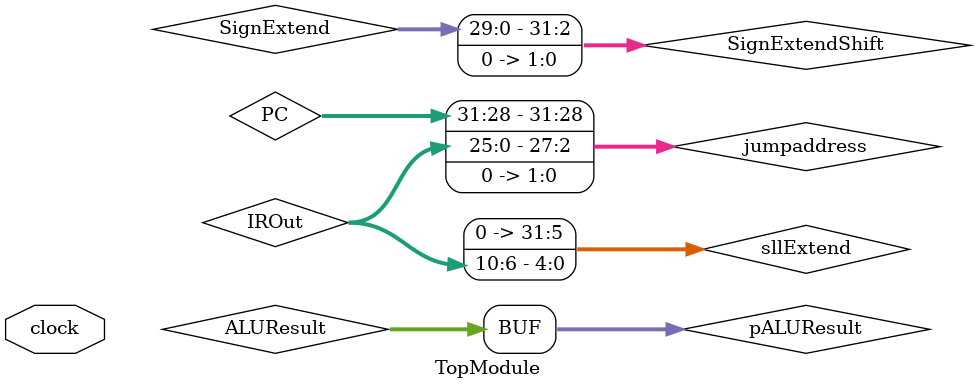
<source format=v>
module TopModule(clock);
  
         // input/output 
         input wire clock; 
        

         // Control Signals given by the Control Unit.

         wire [1:0] ALUSrcB, PCSource; 
         wire [3:0] ALUControl;
         wire PCWriteCond, PCWrite, IorD, MemRead, MemWrite, MemtoReg, IRWrite, ALUSrcA, RegWrite, RegDst,zero; 
         
         

         // Various Registers and Latches
         wire[31:0] PCmuxout, InputInstruction, MDROut, MemInputMux, SignExtend, SignExtendShift, RD1, 
         RD2, ARegOut, BRegOut, ALUInputA, ALUInputB, ALUResult, ALURegOut, nextpc, pcshift2out, IROut, MemData, sllExtend; 
                  

         // PC is declared as a register as its value is updated with the help of signals and it is required to hold its value.
         reg[31:0] PC, pALUResult; 
         
         
         // To decide whether rt or rd is the Destination Register. 
         wire [4 :0] RegDstMux; 

         // PCWriteEnable decides if the PC can be written or not.
         wire PCWriteEnable; 
         wire tempPCvar; 

             
         assign PCmuxout = IorD ? ALURegOut : PC; 

         /*
          Memory Module instantiation
              PCmuxout is address for memory.
              BRegOut is data to be stored.
         */
         Memory Memory1(MemData, PCmuxout, BRegOut, MemWrite, MemRead,  clock); //PCmuxout is address for memory
                                                                                //BRegOut is data to be stored

         /*
          Instruction Register Instantiation
          It takes input from the memory and writes if IRWrite is 1.
         */
         IR IR1(IROut, IRWrite, MemData);


         //The Memory Data Register.
         latch MDR(MDROut ,MemData, clock); 
         
        
        
         /*
          Control Unit instantiation.
          It sends signals to all other modules to modify their working.
         */
         ControlUnit Control(PCWriteCond, PCWrite, IorD, MemRead, MemWrite, MemtoReg, IRWrite, PCSource, ALUControl, ALUSrcB, ALUSrcA, RegWrite, RegDst, sll, IROut[31:26], IROut[5:0],zero, clock);

       
         // A 32 bit Mux which selects from Output from data or ALURegOut to write into the Destination Register.
         Mux32bit WriteMuxInput(MemInputMux, ALURegOut, MDROut, MemtoReg);

 
 
         // Register File instantiation.
         RegisterFile registers(RD1,RD2,IROut[25:21],IROut[20:16],IROut[15:11],MemInputMux,RegWrite, sll, RegDst, clock); 
         latch A( ARegOut , RD1, clock); 
         latch B( BRegOut , RD2, clock); 


         // Sign Extension for I-type, Shift amount value and shifting for branch.
         assign sllExtend = {{27{1'b0}},IROut[10:6]};
         assign SignExtend = sll ? sllExtend : {{16{IROut[15]}},IROut[15:0]};
         assign SignExtendShift = SignExtend << 2; 



         // 4:1 Mux for Deciding InputB to the ALU depenending on ALUSrcB.
         assign ALUInputA = ALUSrcA ? ARegOut : PC; 
         Mux_4to1 Bmux(ALUInputB, BRegOut, 32'd4, SignExtend, SignExtendShift, ALUSrcB ); 


         //ALU and ALUOut register
         ALU alu1( zero, ALUResult, ALUControl, ALUInputA, ALUInputB, clock);
         
         
         latch aluout(ALURegOut, ALUResult, clock); 

         // Calculation of jumpaddress and choosing the next PC depending on PCSource.
         wire [31:0] jumpaddress; 
         assign jumpaddress = {PC[31:28], IROut[25:0], 2'b00}; 
         Mux_4to1 PCMux(nextpc, ALUResult, pALUResult, jumpaddress, jumpaddress, PCSource); 



         // The PC is updated depending on the value of PCWriteEnable. 
         assign tempPCvar = zero&PCWriteCond; 
         assign PCWriteEnable = tempPCvar | PCWrite; 
         
         always@(posedge clock) 
          begin 
           if(PCWriteEnable==1'b1)
            begin 
                 PC = nextpc; 
           end 
         end 
      
        always@(ALUResult)
          begin
            #40
            pALUResult <= ALUResult;
          end
          

        
        initial
        begin
          PC<=32'h0000_0000;
        end
        

  endmodule
</source>
